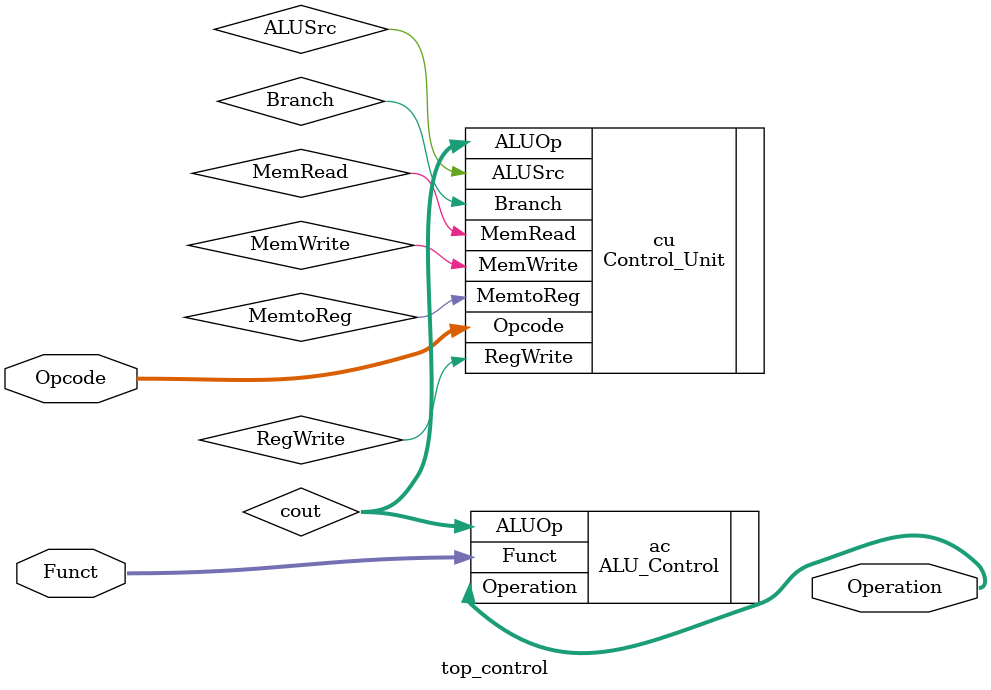
<source format=v>
module top_control
(
input [6:0]Opcode,
input [3:0]Funct,
output [3:0] Operation
);
wire [1:0] cout;

Control_Unit cu
(
	.Opcode(Opcode),
	.Branch(Branch),
	.MemRead(MemRead),
	.MemtoReg(MemtoReg),
	.ALUOp(cout),
	.MemWrite(MemWrite),
	.ALUSrc(ALUSrc),
	.RegWrite(RegWrite)
);

ALU_Control ac
(
	.ALUOp(cout),
	.Funct(Funct),
	.Operation(Operation)
);
endmodule
	
</source>
